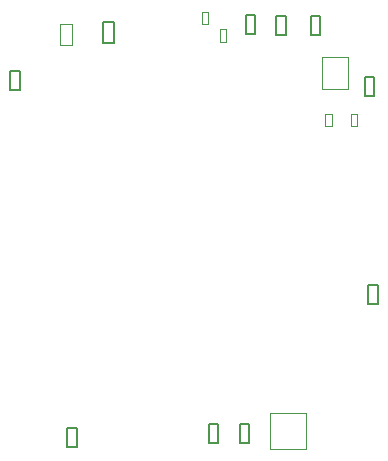
<source format=gbr>
%TF.GenerationSoftware,Altium Limited,Altium Designer,21.2.0 (30)*%
G04 Layer_Color=32768*
%FSLAX45Y45*%
%MOMM*%
%TF.SameCoordinates,6E67B6D2-48A1-4C3A-8D5B-8FB38F647B41*%
%TF.FilePolarity,Positive*%
%TF.FileFunction,Other,Bottom_3D_Body*%
%TF.Part,Single*%
G01*
G75*
%TA.AperFunction,NonConductor*%
%ADD34C,0.20000*%
%ADD65C,0.10000*%
D34*
X3240000Y3170000D02*
X3320000D01*
X3240000D02*
Y3330000D01*
X3320000D01*
Y3170000D02*
Y3330000D01*
X2232324Y3695674D02*
X2312324D01*
X2232324D02*
Y3855675D01*
X2312324D01*
Y3695674D02*
Y3855675D01*
X1022500Y3622500D02*
Y3797500D01*
Y3622500D02*
X1117500D01*
Y3797500D01*
X1022500D02*
X1117500D01*
X3269394Y1413033D02*
X3349393D01*
X3269394D02*
Y1573034D01*
X3349393D01*
Y1413033D02*
Y1573034D01*
X2180000Y230000D02*
Y390000D01*
Y230000D02*
X2260000D01*
Y390000D01*
X2180000D02*
X2260000D01*
X720000Y200000D02*
Y360000D01*
Y200000D02*
X800000D01*
Y360000D01*
X720000D02*
X800000D01*
X240000Y3380000D02*
X320000D01*
Y3220000D02*
Y3380000D01*
X240000Y3220000D02*
X320000D01*
X240000D02*
Y3380000D01*
X1918461Y390000D02*
X1998461D01*
Y230000D02*
Y390000D01*
X1918461Y230000D02*
X1998461D01*
X1918461D02*
Y390000D01*
X2570457Y3688131D02*
Y3848131D01*
X2490457D02*
X2570457D01*
X2490457Y3688131D02*
Y3848131D01*
Y3688131D02*
X2570457D01*
X2862177D02*
Y3848131D01*
X2782177D02*
X2862177D01*
X2782177Y3688131D02*
Y3848131D01*
Y3688131D02*
X2862177D01*
D65*
X3096651Y3227980D02*
Y3497980D01*
X2876651Y3227980D02*
Y3497980D01*
Y3227980D02*
X3096651D01*
X2876651Y3497980D02*
X3096651D01*
X1916675Y3780540D02*
Y3885540D01*
X1861675Y3780540D02*
Y3885540D01*
Y3780540D02*
X1916675D01*
X1861675Y3885540D02*
X1916675D01*
X2065596Y3630172D02*
Y3735172D01*
X2010596Y3630172D02*
Y3735172D01*
Y3630172D02*
X2065596D01*
X2010596Y3735172D02*
X2065596D01*
X656000Y3599500D02*
X764000D01*
X656000Y3780500D02*
X764000D01*
X656000Y3599500D02*
Y3780500D01*
X764000Y3599500D02*
Y3780500D01*
X2959551Y2915657D02*
Y3020657D01*
X2904551Y2915657D02*
Y3020657D01*
Y2915657D02*
X2959551D01*
X2904551Y3020657D02*
X2959551D01*
X3119618Y2916521D02*
Y3021521D01*
X3174618Y2916521D02*
Y3021521D01*
X3119618D02*
X3174618D01*
X3119618Y2916521D02*
X3174618D01*
X2746615Y178483D02*
Y483483D01*
X2441615Y178483D02*
Y483483D01*
Y178483D02*
X2746615D01*
X2441615Y483483D02*
X2746615D01*
%TF.MD5,ea10d8b6e12ff74f1eef6771e2002963*%
M02*

</source>
